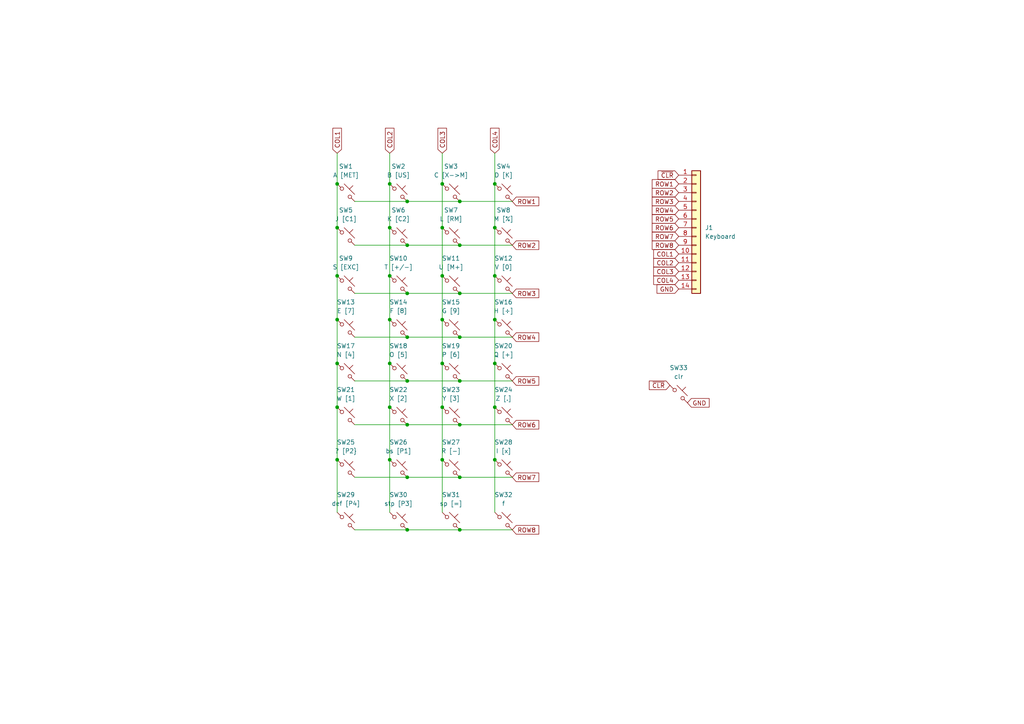
<source format=kicad_sch>
(kicad_sch (version 20250114) (generator "eeschema") (generator_version "9.0")
  (paper "A4")
  (title_block (title "Nixdorf LK-3000 Keyboard") (date "24/SEP/2025") (rev "A") (company "Brett Hallen") (comment 1 "www.youtube.com/@Brfff"))
  (lib_symbols
    (symbol "Connector_Generic:Conn_01x14" (pin_names (offset 1.016) (hide yes))
      (property "Reference" "J" (at 0 17.78 0))
      (property "Value" "Conn_01x14" (at 0 -20.32 0))
      (symbol "Conn_01x14_1_1"
        (rectangle (start -1.27 16.51) (end 1.27 -19.05) (stroke (width 0.254)) (fill (type background)))
        (rectangle (start -1.27 15.367) (end 0 15.113) (stroke (width 0.1524)))
        (rectangle (start -1.27 12.827) (end 0 12.573) (stroke (width 0.1524)))
        (rectangle (start -1.27 10.287) (end 0 10.033) (stroke (width 0.1524)))
        (rectangle (start -1.27 7.747) (end 0 7.493) (stroke (width 0.1524)))
        (rectangle (start -1.27 5.207) (end 0 4.953) (stroke (width 0.1524)))
        (rectangle (start -1.27 2.667) (end 0 2.413) (stroke (width 0.1524)))
        (rectangle (start -1.27 0.127) (end 0 -0.127) (stroke (width 0.1524)))
        (rectangle (start -1.27 -2.413) (end 0 -2.667) (stroke (width 0.1524)))
        (rectangle (start -1.27 -4.953) (end 0 -5.207) (stroke (width 0.1524)))
        (rectangle (start -1.27 -7.493) (end 0 -7.747) (stroke (width 0.1524)))
        (rectangle (start -1.27 -10.033) (end 0 -10.287) (stroke (width 0.1524)))
        (rectangle (start -1.27 -12.573) (end 0 -12.827) (stroke (width 0.1524)))
        (rectangle (start -1.27 -15.113) (end 0 -15.367) (stroke (width 0.1524)))
        (rectangle (start -1.27 -17.653) (end 0 -17.907) (stroke (width 0.1524)))
        (pin passive line (at -5.08 15.24 0) (length 3.81) (name "Pin_1") (number "1"))
        (pin passive line (at -5.08 12.7 0) (length 3.81) (name "Pin_2") (number "2"))
        (pin passive line (at -5.08 10.16 0) (length 3.81) (name "Pin_3") (number "3"))
        (pin passive line (at -5.08 7.62 0) (length 3.81) (name "Pin_4") (number "4"))
        (pin passive line (at -5.08 5.08 0) (length 3.81) (name "Pin_5") (number "5"))
        (pin passive line (at -5.08 2.54 0) (length 3.81) (name "Pin_6") (number "6"))
        (pin passive line (at -5.08 0 0) (length 3.81) (name "Pin_7") (number "7"))
        (pin passive line (at -5.08 -2.54 0) (length 3.81) (name "Pin_8") (number "8"))
        (pin passive line (at -5.08 -5.08 0) (length 3.81) (name "Pin_9") (number "9"))
        (pin passive line (at -5.08 -7.62 0) (length 3.81) (name "Pin_10") (number "10"))
        (pin passive line (at -5.08 -10.16 0) (length 3.81) (name "Pin_11") (number "11"))
        (pin passive line (at -5.08 -12.7 0) (length 3.81) (name "Pin_12") (number "12"))
        (pin passive line (at -5.08 -15.24 0) (length 3.81) (name "Pin_13") (number "13"))
        (pin passive line (at -5.08 -17.78 0) (length 3.81) (name "Pin_14") (number "14"))
      )
    )
    (symbol "Switch:SW_Push_45deg" (pin_numbers (hide yes)) (pin_names (offset 1.016) (hide yes))
      (property "Reference" "SW" (at 3.048 1.016 0))
      (property "Value" "SW_Push_45deg" (at 0 -3.81 0))
      (symbol "SW_Push_45deg_0_1"
        (polyline (pts (xy -2.54 2.54) (xy -1.524 1.524) (xy -1.524 1.524)))
        (circle (center -1.1684 1.1684) (radius 0.508))
        (polyline (pts (xy -0.508 2.54) (xy 2.54 -0.508)))
        (polyline (pts (xy 1.016 1.016) (xy 2.032 2.032)))
        (circle (center 1.143 -1.1938) (radius 0.508))
        (polyline (pts (xy 1.524 -1.524) (xy 2.54 -2.54) (xy 2.54 -2.54) (xy 2.54 -2.54)))
        (pin passive line (at -2.54 2.54 0) (length 0) (name "1") (number "1"))
        (pin passive line (at 2.54 -2.54 180) (length 0) (name "2") (number "2"))
      )
    )
  )
  (junction (at 128.27 118.11))
  (junction (at 128.27 66.04))
  (junction (at 113.03 66.04))
  (junction (at 128.27 53.34))
  (junction (at 97.79 80.01))
  (junction (at 143.51 66.04))
  (junction (at 133.35 85.09))
  (junction (at 143.51 133.35))
  (junction (at 133.35 138.43))
  (junction (at 133.35 123.19))
  (junction (at 133.35 58.42))
  (junction (at 118.11 138.43))
  (junction (at 143.51 53.34))
  (junction (at 118.11 85.09))
  (junction (at 97.79 66.04))
  (junction (at 143.51 105.41))
  (junction (at 118.11 153.67))
  (junction (at 113.03 105.41))
  (junction (at 143.51 80.01))
  (junction (at 133.35 153.67))
  (junction (at 118.11 58.42))
  (junction (at 128.27 133.35))
  (junction (at 113.03 118.11))
  (junction (at 133.35 97.79))
  (junction (at 97.79 133.35))
  (junction (at 113.03 53.34))
  (junction (at 143.51 118.11))
  (junction (at 97.79 92.71))
  (junction (at 118.11 97.79))
  (junction (at 118.11 71.12))
  (junction (at 97.79 105.41))
  (junction (at 113.03 80.01))
  (junction (at 118.11 123.19))
  (junction (at 128.27 80.01))
  (junction (at 133.35 110.49))
  (junction (at 128.27 92.71))
  (junction (at 118.11 110.49))
  (junction (at 97.79 53.34))
  (junction (at 113.03 133.35))
  (junction (at 113.03 92.71))
  (junction (at 128.27 105.41))
  (junction (at 143.51 92.71))
  (junction (at 97.79 118.11))
  (junction (at 133.35 71.12))
  (wire (pts (xy 133.35 71.12) (xy 148.59 71.12)))
  (wire (pts (xy 118.11 123.19) (xy 133.35 123.19)))
  (wire (pts (xy 113.03 92.71) (xy 113.03 105.41)))
  (wire (pts (xy 143.51 44.45) (xy 143.51 53.34)))
  (wire (pts (xy 97.79 105.41) (xy 97.79 118.11)))
  (wire (pts (xy 133.35 123.19) (xy 148.59 123.19)))
  (wire (pts (xy 128.27 105.41) (xy 128.27 118.11)))
  (wire (pts (xy 143.51 118.11) (xy 143.51 133.35)))
  (wire (pts (xy 113.03 118.11) (xy 113.03 133.35)))
  (wire (pts (xy 118.11 71.12) (xy 133.35 71.12)))
  (wire (pts (xy 97.79 80.01) (xy 97.79 92.71)))
  (wire (pts (xy 102.87 110.49) (xy 118.11 110.49)))
  (wire (pts (xy 102.87 123.19) (xy 118.11 123.19)))
  (wire (pts (xy 113.03 44.45) (xy 113.03 53.34)))
  (wire (pts (xy 143.51 92.71) (xy 143.51 105.41)))
  (wire (pts (xy 97.79 133.35) (xy 97.79 148.59)))
  (wire (pts (xy 143.51 105.41) (xy 143.51 118.11)))
  (wire (pts (xy 118.11 138.43) (xy 133.35 138.43)))
  (wire (pts (xy 97.79 118.11) (xy 97.79 133.35)))
  (wire (pts (xy 113.03 133.35) (xy 113.03 148.59)))
  (wire (pts (xy 102.87 71.12) (xy 118.11 71.12)))
  (wire (pts (xy 102.87 58.42) (xy 118.11 58.42)))
  (wire (pts (xy 118.11 58.42) (xy 133.35 58.42)))
  (wire (pts (xy 143.51 53.34) (xy 143.51 66.04)))
  (wire (pts (xy 143.51 133.35) (xy 143.51 148.59)))
  (wire (pts (xy 128.27 80.01) (xy 128.27 92.71)))
  (wire (pts (xy 128.27 118.11) (xy 128.27 133.35)))
  (wire (pts (xy 128.27 92.71) (xy 128.27 105.41)))
  (wire (pts (xy 113.03 53.34) (xy 113.03 66.04)))
  (wire (pts (xy 102.87 138.43) (xy 118.11 138.43)))
  (wire (pts (xy 102.87 153.67) (xy 118.11 153.67)))
  (wire (pts (xy 97.79 53.34) (xy 97.79 66.04)))
  (wire (pts (xy 102.87 97.79) (xy 118.11 97.79)))
  (wire (pts (xy 133.35 85.09) (xy 148.59 85.09)))
  (wire (pts (xy 118.11 85.09) (xy 133.35 85.09)))
  (wire (pts (xy 133.35 97.79) (xy 148.59 97.79)))
  (wire (pts (xy 118.11 110.49) (xy 133.35 110.49)))
  (wire (pts (xy 133.35 153.67) (xy 148.59 153.67)))
  (wire (pts (xy 128.27 66.04) (xy 128.27 80.01)))
  (wire (pts (xy 133.35 58.42) (xy 148.59 58.42)))
  (wire (pts (xy 143.51 66.04) (xy 143.51 80.01)))
  (wire (pts (xy 128.27 44.45) (xy 128.27 53.34)))
  (wire (pts (xy 97.79 66.04) (xy 97.79 80.01)))
  (wire (pts (xy 97.79 92.71) (xy 97.79 105.41)))
  (wire (pts (xy 133.35 138.43) (xy 148.59 138.43)))
  (wire (pts (xy 102.87 85.09) (xy 118.11 85.09)))
  (wire (pts (xy 143.51 80.01) (xy 143.51 92.71)))
  (wire (pts (xy 113.03 80.01) (xy 113.03 92.71)))
  (wire (pts (xy 128.27 133.35) (xy 128.27 148.59)))
  (wire (pts (xy 133.35 110.49) (xy 148.59 110.49)))
  (wire (pts (xy 128.27 53.34) (xy 128.27 66.04)))
  (wire (pts (xy 113.03 66.04) (xy 113.03 80.01)))
  (wire (pts (xy 97.79 44.45) (xy 97.79 53.34)))
  (wire (pts (xy 118.11 97.79) (xy 133.35 97.79)))
  (wire (pts (xy 118.11 153.67) (xy 133.35 153.67)))
  (wire (pts (xy 113.03 105.41) (xy 113.03 118.11)))
  (global_label "ROW6" (shape input) (at 148.59 123.19 0) (property "Intersheetrefs" "${INTERSHEET_REFS}" (effects (hide yes))))
  (global_label "ROW2" (shape input) (at 196.85 55.88 180) (property "Intersheetrefs" "${INTERSHEET_REFS}" (effects (hide yes))))
  (global_label "~{CLR}" (shape input) (at 196.85 50.8 180) (property "Intersheetrefs" "${INTERSHEET_REFS}" (effects (hide yes))))
  (global_label "ROW1" (shape input) (at 196.85 53.34 180) (property "Intersheetrefs" "${INTERSHEET_REFS}" (effects (hide yes))))
  (global_label "GND" (shape input) (at 196.85 83.82 180) (property "Intersheetrefs" "${INTERSHEET_REFS}" (effects (hide yes))))
  (global_label "ROW8" (shape input) (at 196.85 71.12 180) (property "Intersheetrefs" "${INTERSHEET_REFS}" (effects (hide yes))))
  (global_label "COL1" (shape input) (at 196.85 73.66 180) (property "Intersheetrefs" "${INTERSHEET_REFS}" (effects (hide yes))))
  (global_label "COL2" (shape input) (at 196.85 76.2 180) (property "Intersheetrefs" "${INTERSHEET_REFS}" (effects (hide yes))))
  (global_label "COL3" (shape input) (at 196.85 78.74 180) (property "Intersheetrefs" "${INTERSHEET_REFS}" (effects (hide yes))))
  (global_label "COL4" (shape input) (at 196.85 81.28 180) (property "Intersheetrefs" "${INTERSHEET_REFS}" (effects (hide yes))))
  (global_label "ROW5" (shape input) (at 196.85 63.5 180) (property "Intersheetrefs" "${INTERSHEET_REFS}" (effects (hide yes))))
  (global_label "ROW7" (shape input) (at 196.85 68.58 180) (property "Intersheetrefs" "${INTERSHEET_REFS}" (effects (hide yes))))
  (global_label "ROW6" (shape input) (at 196.85 66.04 180) (property "Intersheetrefs" "${INTERSHEET_REFS}" (effects (hide yes))))
  (global_label "ROW4" (shape input) (at 196.85 60.96 180) (property "Intersheetrefs" "${INTERSHEET_REFS}" (effects (hide yes))))
  (global_label "ROW3" (shape input) (at 196.85 58.42 180) (property "Intersheetrefs" "${INTERSHEET_REFS}" (effects (hide yes))))
  (global_label "ROW4" (shape input) (at 148.59 97.79 0) (property "Intersheetrefs" "${INTERSHEET_REFS}" (effects (hide yes))))
  (global_label "COL1" (shape input) (at 97.79 44.45 90) (property "Intersheetrefs" "${INTERSHEET_REFS}" (effects (hide yes))))
  (global_label "COL3" (shape input) (at 128.27 44.45 90) (property "Intersheetrefs" "${INTERSHEET_REFS}" (effects (hide yes))))
  (global_label "ROW7" (shape input) (at 148.59 138.43 0) (property "Intersheetrefs" "${INTERSHEET_REFS}" (effects (hide yes))))
  (global_label "ROW3" (shape input) (at 148.59 85.09 0) (property "Intersheetrefs" "${INTERSHEET_REFS}" (effects (hide yes))))
  (global_label "COL4" (shape input) (at 143.51 44.45 90) (property "Intersheetrefs" "${INTERSHEET_REFS}" (effects (hide yes))))
  (global_label "GND" (shape input) (at 199.39 116.84 0) (property "Intersheetrefs" "${INTERSHEET_REFS}" (effects (hide yes))))
  (global_label "ROW1" (shape input) (at 148.59 58.42 0) (property "Intersheetrefs" "${INTERSHEET_REFS}" (effects (hide yes))))
  (global_label "ROW8" (shape input) (at 148.59 153.67 0) (property "Intersheetrefs" "${INTERSHEET_REFS}" (effects (hide yes))))
  (global_label "ROW2" (shape input) (at 148.59 71.12 0) (property "Intersheetrefs" "${INTERSHEET_REFS}" (effects (hide yes))))
  (global_label "COL2" (shape input) (at 113.03 44.45 90) (property "Intersheetrefs" "${INTERSHEET_REFS}" (effects (hide yes))))
  (global_label "ROW5" (shape input) (at 148.59 110.49 0) (property "Intersheetrefs" "${INTERSHEET_REFS}" (effects (hide yes))))
  (global_label "~{CLR}" (shape input) (at 194.31 111.76 180) (property "Intersheetrefs" "${INTERSHEET_REFS}" (effects (hide yes))))
  (symbol (lib_id "Connector_Generic:Conn_01x14") (at 201.93 66.04 0) (unit 1)
    (property "Reference" "J1" (at 204.47 66.0399 0) (effects (justify left)))
    (property "Value" "Keyboard" (at 204.47 68.5799 0) (effects (justify left)))
    (property "Footprint" "Connector_PinHeader_2.54mm:PinHeader_1x14_P2.54mm_Horizontal" (effects (hide yes)))
    (property "Description" "Generic connector, single row, 01x14, script generated (kicad-library-utils/schlib/autogen/connector/)" (effects (hide yes)))
  )
  (symbol (lib_id "Switch:SW_Push_45deg") (at 146.05 55.88 0) (unit 1)
    (property "Reference" "SW4" (at 146.05 48.26 0))
    (property "Value" "D [K]" (at 146.05 50.8 0))
    (property "Footprint" "Clueless_Engineer:SW_Gateron_LowProfile_THT" (effects (hide yes)))
    (property "Description" "Push button switch, normally open, two pins, 45° tilted" (effects (hide yes)))
  )
  (symbol (lib_id "Switch:SW_Push_45deg") (at 115.57 135.89 0) (unit 1)
    (property "Reference" "SW26" (at 115.57 128.27 0))
    (property "Value" "bs [P1]" (at 115.57 130.81 0))
    (property "Footprint" "Clueless_Engineer:SW_Gateron_LowProfile_THT" (effects (hide yes)))
    (property "Description" "Push button switch, normally open, two pins, 45° tilted" (effects (hide yes)))
  )
  (symbol (lib_id "Switch:SW_Push_45deg") (at 130.81 95.25 0) (unit 1)
    (property "Reference" "SW15" (at 130.81 87.63 0))
    (property "Value" "G [9]" (at 130.81 90.17 0))
    (property "Footprint" "Clueless_Engineer:SW_Gateron_LowProfile_THT" (effects (hide yes)))
    (property "Description" "Push button switch, normally open, two pins, 45° tilted" (effects (hide yes)))
  )
  (symbol (lib_id "Switch:SW_Push_45deg") (at 115.57 151.13 0) (unit 1)
    (property "Reference" "SW30" (at 115.57 143.51 0))
    (property "Value" "stp [P3]" (at 115.57 146.05 0))
    (property "Footprint" "Clueless_Engineer:SW_Gateron_LowProfile_THT" (effects (hide yes)))
    (property "Description" "Push button switch, normally open, two pins, 45° tilted" (effects (hide yes)))
  )
  (symbol (lib_id "Switch:SW_Push_45deg") (at 100.33 151.13 0) (unit 1)
    (property "Reference" "SW29" (at 100.33 143.51 0))
    (property "Value" "def [P4]" (at 100.33 146.05 0))
    (property "Footprint" "Clueless_Engineer:SW_Gateron_LowProfile_THT" (effects (hide yes)))
    (property "Description" "Push button switch, normally open, two pins, 45° tilted" (effects (hide yes)))
  )
  (symbol (lib_id "Switch:SW_Push_45deg") (at 146.05 135.89 0) (unit 1)
    (property "Reference" "SW28" (at 146.05 128.27 0))
    (property "Value" "I [x]" (at 146.05 130.81 0))
    (property "Footprint" "Clueless_Engineer:SW_Gateron_LowProfile_THT" (effects (hide yes)))
    (property "Description" "Push button switch, normally open, two pins, 45° tilted" (effects (hide yes)))
  )
  (symbol (lib_id "Switch:SW_Push_45deg") (at 100.33 82.55 0) (unit 1)
    (property "Reference" "SW9" (at 100.33 74.93 0))
    (property "Value" "S [EXC]" (at 100.33 77.47 0))
    (property "Footprint" "Clueless_Engineer:SW_Gateron_LowProfile_THT" (effects (hide yes)))
    (property "Description" "Push button switch, normally open, two pins, 45° tilted" (effects (hide yes)))
  )
  (symbol (lib_id "Switch:SW_Push_45deg") (at 146.05 82.55 0) (unit 1)
    (property "Reference" "SW12" (at 146.05 74.93 0))
    (property "Value" "V [0]" (at 146.05 77.47 0))
    (property "Footprint" "Clueless_Engineer:SW_Gateron_LowProfile_THT" (effects (hide yes)))
    (property "Description" "Push button switch, normally open, two pins, 45° tilted" (effects (hide yes)))
  )
  (symbol (lib_id "Switch:SW_Push_45deg") (at 100.33 68.58 0) (unit 1)
    (property "Reference" "SW5" (at 100.33 60.96 0))
    (property "Value" "J [C1]" (at 100.33 63.5 0))
    (property "Footprint" "Clueless_Engineer:SW_Gateron_LowProfile_THT" (effects (hide yes)))
    (property "Description" "Push button switch, normally open, two pins, 45° tilted" (effects (hide yes)))
  )
  (symbol (lib_id "Switch:SW_Push_45deg") (at 100.33 107.95 0) (unit 1)
    (property "Reference" "SW17" (at 100.33 100.33 0))
    (property "Value" "N [4]" (at 100.33 102.87 0))
    (property "Footprint" "Clueless_Engineer:SW_Gateron_LowProfile_THT" (effects (hide yes)))
    (property "Description" "Push button switch, normally open, two pins, 45° tilted" (effects (hide yes)))
  )
  (symbol (lib_id "Switch:SW_Push_45deg") (at 130.81 55.88 0) (unit 1)
    (property "Reference" "SW3" (at 130.81 48.26 0))
    (property "Value" "C [X->M]" (at 130.81 50.8 0))
    (property "Footprint" "Clueless_Engineer:SW_Gateron_LowProfile_THT" (effects (hide yes)))
    (property "Description" "Push button switch, normally open, two pins, 45° tilted" (effects (hide yes)))
  )
  (symbol (lib_id "Switch:SW_Push_45deg") (at 115.57 82.55 0) (unit 1)
    (property "Reference" "SW10" (at 115.57 74.93 0))
    (property "Value" "T [+/-]" (at 115.57 77.47 0))
    (property "Footprint" "Clueless_Engineer:SW_Gateron_LowProfile_THT" (effects (hide yes)))
    (property "Description" "Push button switch, normally open, two pins, 45° tilted" (effects (hide yes)))
  )
  (symbol (lib_id "Switch:SW_Push_45deg") (at 146.05 151.13 0) (unit 1)
    (property "Reference" "SW32" (at 146.05 143.51 0))
    (property "Value" "f" (at 146.05 146.05 0))
    (property "Footprint" "Clueless_Engineer:SW_Gateron_LowProfile_THT" (effects (hide yes)))
    (property "Description" "Push button switch, normally open, two pins, 45° tilted" (effects (hide yes)))
  )
  (symbol (lib_id "Switch:SW_Push_45deg") (at 130.81 120.65 0) (unit 1)
    (property "Reference" "SW23" (at 130.81 113.03 0))
    (property "Value" "Y [3]" (at 130.81 115.57 0))
    (property "Footprint" "Clueless_Engineer:SW_Gateron_LowProfile_THT" (effects (hide yes)))
    (property "Description" "Push button switch, normally open, two pins, 45° tilted" (effects (hide yes)))
  )
  (symbol (lib_id "Switch:SW_Push_45deg") (at 130.81 68.58 0) (unit 1)
    (property "Reference" "SW7" (at 130.81 60.96 0))
    (property "Value" "L [RM]" (at 130.81 63.5 0))
    (property "Footprint" "Clueless_Engineer:SW_Gateron_LowProfile_THT" (effects (hide yes)))
    (property "Description" "Push button switch, normally open, two pins, 45° tilted" (effects (hide yes)))
  )
  (symbol (lib_id "Switch:SW_Push_45deg") (at 130.81 151.13 0) (unit 1)
    (property "Reference" "SW31" (at 130.81 143.51 0))
    (property "Value" "sp [=]" (at 130.81 146.05 0))
    (property "Footprint" "Clueless_Engineer:SW_Gateron_LowProfile_THT" (effects (hide yes)))
    (property "Description" "Push button switch, normally open, two pins, 45° tilted" (effects (hide yes)))
  )
  (symbol (lib_id "Switch:SW_Push_45deg") (at 130.81 107.95 0) (unit 1)
    (property "Reference" "SW19" (at 130.81 100.33 0))
    (property "Value" "P [6]" (at 130.81 102.87 0))
    (property "Footprint" "Clueless_Engineer:SW_Gateron_LowProfile_THT" (effects (hide yes)))
    (property "Description" "Push button switch, normally open, two pins, 45° tilted" (effects (hide yes)))
  )
  (symbol (lib_id "Switch:SW_Push_45deg") (at 100.33 55.88 0) (unit 1)
    (property "Reference" "SW1" (at 100.33 48.26 0))
    (property "Value" "A [MET]" (at 100.33 50.8 0))
    (property "Footprint" "Clueless_Engineer:SW_Gateron_LowProfile_THT" (effects (hide yes)))
    (property "Description" "Push button switch, normally open, two pins, 45° tilted" (effects (hide yes)))
  )
  (symbol (lib_id "Switch:SW_Push_45deg") (at 100.33 95.25 0) (unit 1)
    (property "Reference" "SW13" (at 100.33 87.63 0))
    (property "Value" "E [7]" (at 100.33 90.17 0))
    (property "Footprint" "Clueless_Engineer:SW_Gateron_LowProfile_THT" (effects (hide yes)))
    (property "Description" "Push button switch, normally open, two pins, 45° tilted" (effects (hide yes)))
  )
  (symbol (lib_id "Switch:SW_Push_45deg") (at 115.57 55.88 0) (unit 1)
    (property "Reference" "SW2" (at 115.57 48.26 0))
    (property "Value" "B [US]" (at 115.57 50.8 0))
    (property "Footprint" "Clueless_Engineer:SW_Gateron_LowProfile_THT" (effects (hide yes)))
    (property "Description" "Push button switch, normally open, two pins, 45° tilted" (effects (hide yes)))
  )
  (symbol (lib_id "Switch:SW_Push_45deg") (at 100.33 120.65 0) (unit 1)
    (property "Reference" "SW21" (at 100.33 113.03 0))
    (property "Value" "W [1]" (at 100.33 115.57 0))
    (property "Footprint" "Clueless_Engineer:SW_Gateron_LowProfile_THT" (effects (hide yes)))
    (property "Description" "Push button switch, normally open, two pins, 45° tilted" (effects (hide yes)))
  )
  (symbol (lib_id "Switch:SW_Push_45deg") (at 146.05 95.25 0) (unit 1)
    (property "Reference" "SW16" (at 146.05 87.63 0))
    (property "Value" "H [÷]" (at 146.05 90.17 0))
    (property "Footprint" "Clueless_Engineer:SW_Gateron_LowProfile_THT" (effects (hide yes)))
    (property "Description" "Push button switch, normally open, two pins, 45° tilted" (effects (hide yes)))
  )
  (symbol (lib_id "Switch:SW_Push_45deg") (at 130.81 135.89 0) (unit 1)
    (property "Reference" "SW27" (at 130.81 128.27 0))
    (property "Value" "R [-]" (at 130.81 130.81 0))
    (property "Footprint" "Clueless_Engineer:SW_Gateron_LowProfile_THT" (effects (hide yes)))
    (property "Description" "Push button switch, normally open, two pins, 45° tilted" (effects (hide yes)))
  )
  (symbol (lib_id "Switch:SW_Push_45deg") (at 115.57 107.95 0) (unit 1)
    (property "Reference" "SW18" (at 115.57 100.33 0))
    (property "Value" "O [5]" (at 115.57 102.87 0))
    (property "Footprint" "Clueless_Engineer:SW_Gateron_LowProfile_THT" (effects (hide yes)))
    (property "Description" "Push button switch, normally open, two pins, 45° tilted" (effects (hide yes)))
  )
  (symbol (lib_id "Switch:SW_Push_45deg") (at 196.85 114.3 0) (unit 1)
    (property "Reference" "SW33" (at 196.85 106.68 0))
    (property "Value" "clr" (at 196.85 109.22 0))
    (property "Footprint" "Clueless_Engineer:SW_Gateron_LowProfile_THT" (effects (hide yes)))
    (property "Description" "Push button switch, normally open, two pins, 45° tilted" (effects (hide yes)))
  )
  (symbol (lib_id "Switch:SW_Push_45deg") (at 115.57 120.65 0) (unit 1)
    (property "Reference" "SW22" (at 115.57 113.03 0))
    (property "Value" "X [2]" (at 115.57 115.57 0))
    (property "Footprint" "Clueless_Engineer:SW_Gateron_LowProfile_THT" (effects (hide yes)))
    (property "Description" "Push button switch, normally open, two pins, 45° tilted" (effects (hide yes)))
  )
  (symbol (lib_id "Switch:SW_Push_45deg") (at 130.81 82.55 0) (unit 1)
    (property "Reference" "SW11" (at 130.81 74.93 0))
    (property "Value" "U [M+]" (at 130.81 77.47 0))
    (property "Footprint" "Clueless_Engineer:SW_Gateron_LowProfile_THT" (effects (hide yes)))
    (property "Description" "Push button switch, normally open, two pins, 45° tilted" (effects (hide yes)))
  )
  (symbol (lib_id "Switch:SW_Push_45deg") (at 115.57 68.58 0) (unit 1)
    (property "Reference" "SW6" (at 115.57 60.96 0))
    (property "Value" "K [C2]" (at 115.57 63.5 0))
    (property "Footprint" "Clueless_Engineer:SW_Gateron_LowProfile_THT" (effects (hide yes)))
    (property "Description" "Push button switch, normally open, two pins, 45° tilted" (effects (hide yes)))
  )
  (symbol (lib_id "Switch:SW_Push_45deg") (at 100.33 135.89 0) (unit 1)
    (property "Reference" "SW25" (at 100.33 128.27 0))
    (property "Value" "? [P2}" (at 100.33 130.81 0))
    (property "Footprint" "Clueless_Engineer:SW_Gateron_LowProfile_THT" (effects (hide yes)))
    (property "Description" "Push button switch, normally open, two pins, 45° tilted" (effects (hide yes)))
  )
  (symbol (lib_id "Switch:SW_Push_45deg") (at 146.05 107.95 0) (unit 1)
    (property "Reference" "SW20" (at 146.05 100.33 0))
    (property "Value" "Q [+]" (at 146.05 102.87 0))
    (property "Footprint" "Clueless_Engineer:SW_Gateron_LowProfile_THT" (effects (hide yes)))
    (property "Description" "Push button switch, normally open, two pins, 45° tilted" (effects (hide yes)))
  )
  (symbol (lib_id "Switch:SW_Push_45deg") (at 115.57 95.25 0) (unit 1)
    (property "Reference" "SW14" (at 115.57 87.63 0))
    (property "Value" "F [8]" (at 115.57 90.17 0))
    (property "Footprint" "Clueless_Engineer:SW_Gateron_LowProfile_THT" (effects (hide yes)))
    (property "Description" "Push button switch, normally open, two pins, 45° tilted" (effects (hide yes)))
  )
  (symbol (lib_id "Switch:SW_Push_45deg") (at 146.05 68.58 0) (unit 1)
    (property "Reference" "SW8" (at 146.05 60.96 0))
    (property "Value" "M [%]" (at 146.05 63.5 0))
    (property "Footprint" "Clueless_Engineer:SW_Gateron_LowProfile_THT" (effects (hide yes)))
    (property "Description" "Push button switch, normally open, two pins, 45° tilted" (effects (hide yes)))
  )
  (symbol (lib_id "Switch:SW_Push_45deg") (at 146.05 120.65 0) (unit 1)
    (property "Reference" "SW24" (at 146.05 113.03 0))
    (property "Value" "Z [.]" (at 146.05 115.57 0))
    (property "Footprint" "Clueless_Engineer:SW_Gateron_LowProfile_THT" (effects (hide yes)))
    (property "Description" "Push button switch, normally open, two pins, 45° tilted" (effects (hide yes)))
  )
)
</source>
